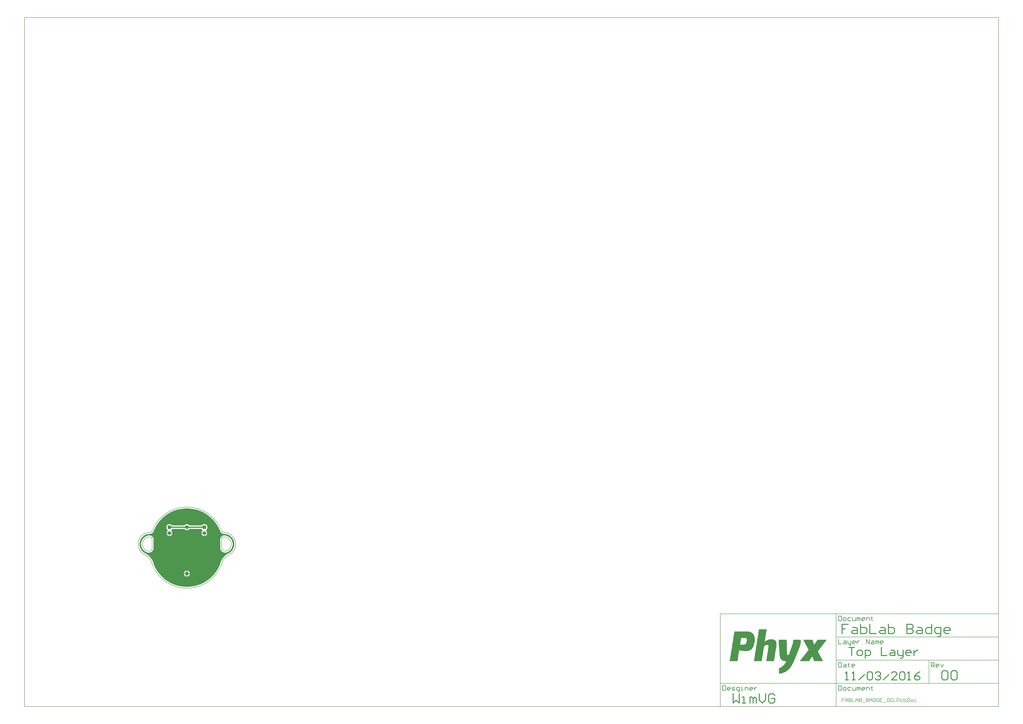
<source format=gtl>
G04 Layer_Physical_Order=1*
G04 Layer_Color=48896*
%FSLAX25Y25*%
%MOIN*%
G70*
G01*
G75*
%ADD10C,0.01969*%
%ADD11C,0.01575*%
%ADD12C,0.00787*%
%ADD13C,0.00984*%
%ADD14C,0.06299*%
G04:AMPARAMS|DCode=15|XSize=60mil|YSize=60mil|CornerRadius=15mil|HoleSize=0mil|Usage=FLASHONLY|Rotation=90.000|XOffset=0mil|YOffset=0mil|HoleType=Round|Shape=RoundedRectangle|*
%AMROUNDEDRECTD15*
21,1,0.06000,0.03000,0,0,90.0*
21,1,0.03000,0.06000,0,0,90.0*
1,1,0.03000,0.01500,0.01500*
1,1,0.03000,0.01500,-0.01500*
1,1,0.03000,-0.01500,-0.01500*
1,1,0.03000,-0.01500,0.01500*
%
%ADD15ROUNDEDRECTD15*%
%ADD16C,0.06000*%
G36*
X4757Y60440D02*
X9484Y59880D01*
X14153Y58951D01*
X18735Y57659D01*
X23201Y56012D01*
X27524Y54019D01*
X31677Y51693D01*
X35636Y49048D01*
X39374Y46101D01*
X42869Y42869D01*
X46101Y39374D01*
X49048Y35636D01*
X51693Y31677D01*
X54019Y27524D01*
X55576Y24147D01*
X56176Y22697D01*
X56180Y22676D01*
X56188Y22664D01*
X56379Y22139D01*
X57113Y20766D01*
X58100Y19563D01*
X59304Y18575D01*
X60676Y17842D01*
X62166Y17390D01*
X62856Y17313D01*
X63113Y17262D01*
X63257Y17290D01*
X64395Y17226D01*
X64399Y17226D01*
X65374Y17162D01*
X67595Y16720D01*
X69739Y15993D01*
X71770Y14991D01*
X73653Y13733D01*
X75355Y12240D01*
X76848Y10538D01*
X78106Y8655D01*
X79108Y6624D01*
X79835Y4480D01*
X80277Y2259D01*
X80425Y0D01*
X80277Y-2259D01*
X79835Y-4480D01*
X79108Y-6624D01*
X78106Y-8655D01*
X76848Y-10538D01*
X75355Y-12240D01*
X73653Y-13733D01*
X71842Y-14943D01*
X71250Y-15189D01*
X68527Y-16693D01*
X65990Y-18493D01*
X63670Y-20566D01*
X61598Y-22886D01*
X59798Y-25423D01*
X58293Y-28145D01*
X57102Y-31019D01*
X56241Y-34008D01*
X56121Y-34715D01*
X56012Y-35012D01*
X54019Y-39335D01*
X51693Y-43488D01*
X49048Y-47447D01*
X46101Y-51185D01*
X42869Y-54681D01*
X39374Y-57912D01*
X35636Y-60859D01*
X31677Y-63504D01*
X27524Y-65830D01*
X23201Y-67823D01*
X18735Y-69470D01*
X14153Y-70763D01*
X9484Y-71691D01*
X4757Y-72251D01*
X0Y-72438D01*
X-4757Y-72251D01*
X-9484Y-71691D01*
X-14153Y-70763D01*
X-18735Y-69470D01*
X-23201Y-67823D01*
X-27524Y-65830D01*
X-31677Y-63504D01*
X-35636Y-60859D01*
X-39374Y-57912D01*
X-42869Y-54681D01*
X-46101Y-51185D01*
X-49048Y-47447D01*
X-51693Y-43488D01*
X-54019Y-39335D01*
X-56012Y-35012D01*
X-56121Y-34715D01*
X-56241Y-34008D01*
X-57102Y-31019D01*
X-58293Y-28145D01*
X-59798Y-25423D01*
X-61598Y-22886D01*
X-63671Y-20566D01*
X-65990Y-18493D01*
X-68527Y-16693D01*
X-71250Y-15189D01*
X-71842Y-14943D01*
X-73653Y-13733D01*
X-75355Y-12240D01*
X-76848Y-10538D01*
X-78106Y-8655D01*
X-79108Y-6624D01*
X-79835Y-4480D01*
X-80277Y-2259D01*
X-80425Y0D01*
X-80277Y2259D01*
X-79835Y4480D01*
X-79108Y6624D01*
X-78106Y8655D01*
X-76848Y10538D01*
X-75355Y12240D01*
X-73653Y13733D01*
X-71770Y14991D01*
X-69739Y15993D01*
X-67595Y16720D01*
X-65374Y17162D01*
X-64399Y17226D01*
X-64395Y17226D01*
X-63257Y17290D01*
X-63113Y17262D01*
X-62856Y17313D01*
X-62166Y17390D01*
X-60676Y17842D01*
X-59304Y18575D01*
X-58100Y19563D01*
X-57113Y20766D01*
X-56379Y22139D01*
X-56188Y22664D01*
X-56180Y22676D01*
X-56176Y22697D01*
X-55576Y24147D01*
X-54019Y27524D01*
X-51693Y31677D01*
X-49048Y35636D01*
X-46101Y39374D01*
X-42869Y42869D01*
X-39374Y46101D01*
X-35636Y49048D01*
X-31677Y51693D01*
X-27524Y54019D01*
X-23201Y56012D01*
X-18735Y57659D01*
X-14153Y58951D01*
X-9484Y59880D01*
X-4757Y60440D01*
X0Y60627D01*
X4757Y60440D01*
D02*
G37*
%LPC*%
G36*
X591Y-44916D02*
Y-49409D01*
X5085D01*
X4986Y-48664D01*
X4471Y-47419D01*
X3650Y-46350D01*
X2581Y-45529D01*
X1336Y-45014D01*
X591Y-44916D01*
D02*
G37*
G36*
X62992Y14858D02*
X62814Y14823D01*
X62012Y14728D01*
X60762Y14349D01*
X59610Y13733D01*
X58600Y12905D01*
X57772Y11895D01*
X57156Y10743D01*
X56777Y9493D01*
X56649Y8194D01*
X56669Y7987D01*
X56647Y7874D01*
Y-7874D01*
X56830Y-8796D01*
X56892Y-8889D01*
X56989Y-9208D01*
X57786Y-10699D01*
X58859Y-12007D01*
X60167Y-13080D01*
X61659Y-13877D01*
X63277Y-14368D01*
X64961Y-14534D01*
X66644Y-14368D01*
X67527Y-14101D01*
X67682Y-14070D01*
X67688Y-14087D01*
X67851Y-14036D01*
X67914Y-13994D01*
X69737Y-13239D01*
X71725Y-12020D01*
X73498Y-10506D01*
X75012Y-8733D01*
X76231Y-6745D01*
X77123Y-4591D01*
X77667Y-2324D01*
X77850Y0D01*
X77667Y2324D01*
X77123Y4591D01*
X76231Y6745D01*
X75012Y8733D01*
X73498Y10506D01*
X71725Y12020D01*
X69737Y13239D01*
X67584Y14131D01*
X65316Y14675D01*
X62996Y14858D01*
X62996Y14858D01*
X62992Y14858D01*
D02*
G37*
G36*
X-591Y-44916D02*
X-1336Y-45014D01*
X-2581Y-45529D01*
X-3650Y-46350D01*
X-4471Y-47419D01*
X-4986Y-48664D01*
X-5085Y-49409D01*
X-591D01*
Y-44916D01*
D02*
G37*
G36*
Y-50591D02*
X-5085D01*
X-4986Y-51336D01*
X-4471Y-52581D01*
X-3650Y-53650D01*
X-2581Y-54471D01*
X-1336Y-54986D01*
X-591Y-55085D01*
Y-50591D01*
D02*
G37*
G36*
X5085D02*
X591D01*
Y-55085D01*
X1336Y-54986D01*
X2581Y-54471D01*
X3650Y-53650D01*
X4471Y-52581D01*
X4986Y-51336D01*
X5085Y-50591D01*
D02*
G37*
G36*
X-30118Y18032D02*
X-34461D01*
X-34368Y17325D01*
X-33867Y16116D01*
X-33071Y15078D01*
X-32033Y14282D01*
X-30825Y13781D01*
X-30118Y13688D01*
Y18032D01*
D02*
G37*
G36*
X-62992Y14858D02*
X-62996Y14858D01*
X-62996D01*
X-65316Y14675D01*
X-67584Y14131D01*
X-69737Y13239D01*
X-71725Y12020D01*
X-73498Y10506D01*
X-75012Y8733D01*
X-76231Y6745D01*
X-77123Y4591D01*
X-77667Y2324D01*
X-77850Y0D01*
X-77667Y-2324D01*
X-77123Y-4591D01*
X-76231Y-6745D01*
X-75012Y-8733D01*
X-73498Y-10506D01*
X-71725Y-12020D01*
X-69737Y-13239D01*
X-67914Y-13994D01*
X-67851Y-14036D01*
X-67688Y-14087D01*
X-67682Y-14070D01*
X-67527Y-14101D01*
X-66644Y-14368D01*
X-64961Y-14534D01*
X-63277Y-14368D01*
X-61659Y-13877D01*
X-60167Y-13080D01*
X-58859Y-12007D01*
X-57786Y-10699D01*
X-56989Y-9208D01*
X-56892Y-8889D01*
X-56830Y-8796D01*
X-56647Y-7874D01*
Y7874D01*
X-56669Y7987D01*
X-56649Y8194D01*
X-56777Y9493D01*
X-57156Y10743D01*
X-57772Y11895D01*
X-58600Y12905D01*
X-59610Y13733D01*
X-60762Y14349D01*
X-62012Y14728D01*
X-62657Y14792D01*
X-62814Y14823D01*
Y14823D01*
X-62992Y14858D01*
D02*
G37*
G36*
X0Y33902D02*
X-1336Y33727D01*
X-2581Y33211D01*
X-3650Y32390D01*
X-4166Y31718D01*
X-24935D01*
X-24998Y31871D01*
X-25554Y32596D01*
X-26278Y33152D01*
X-27122Y33501D01*
X-28028Y33621D01*
X-31028D01*
X-31933Y33501D01*
X-32777Y33152D01*
X-33501Y32596D01*
X-34057Y31871D01*
X-34407Y31027D01*
X-34526Y30122D01*
Y27122D01*
X-34407Y26217D01*
X-34057Y25373D01*
X-33501Y24648D01*
X-32947Y24223D01*
X-32778Y23426D01*
X-32780Y22389D01*
X-33071Y22166D01*
X-33867Y21128D01*
X-34368Y19919D01*
X-34461Y19213D01*
X-29528D01*
X-24594D01*
X-24687Y19919D01*
X-25188Y21128D01*
X-25984Y22166D01*
X-26275Y22389D01*
X-26277Y23426D01*
X-26108Y24223D01*
X-25554Y24648D01*
X-24998Y25373D01*
X-24837Y25762D01*
X-4166D01*
X-3650Y25090D01*
X-2581Y24270D01*
X-1336Y23754D01*
X0Y23578D01*
X1336Y23754D01*
X2581Y24270D01*
X3650Y25090D01*
X4166Y25762D01*
X24837D01*
X24998Y25373D01*
X25554Y24648D01*
X26108Y24223D01*
X26277Y23426D01*
X26275Y22389D01*
X25984Y22166D01*
X25188Y21128D01*
X24687Y19919D01*
X24594Y19213D01*
X29528D01*
X34461D01*
X34368Y19919D01*
X33867Y21128D01*
X33071Y22166D01*
X32780Y22389D01*
X32778Y23426D01*
X32947Y24223D01*
X33501Y24648D01*
X34057Y25373D01*
X34407Y26217D01*
X34526Y27122D01*
Y30122D01*
X34407Y31027D01*
X34057Y31871D01*
X33501Y32596D01*
X32777Y33152D01*
X31933Y33501D01*
X31028Y33621D01*
X28028D01*
X27122Y33501D01*
X26278Y33152D01*
X25554Y32596D01*
X24998Y31871D01*
X24935Y31718D01*
X4166D01*
X3650Y32390D01*
X2581Y33211D01*
X1336Y33727D01*
X0Y33902D01*
D02*
G37*
G36*
X34461Y18032D02*
X30118D01*
Y13688D01*
X30825Y13781D01*
X32033Y14282D01*
X33071Y15078D01*
X33867Y16116D01*
X34368Y17325D01*
X34461Y18032D01*
D02*
G37*
G36*
X28937D02*
X24594D01*
X24687Y17325D01*
X25188Y16116D01*
X25984Y15078D01*
X27022Y14282D01*
X28231Y13781D01*
X28937Y13688D01*
Y18032D01*
D02*
G37*
G36*
X-24594D02*
X-28937D01*
Y13688D01*
X-28231Y13781D01*
X-27022Y14282D01*
X-25984Y15078D01*
X-25188Y16116D01*
X-24687Y17325D01*
X-24594Y18032D01*
D02*
G37*
%LPD*%
G36*
X1042339Y-162457D02*
Y-162743D01*
Y-163030D01*
Y-163316D01*
Y-163602D01*
Y-163889D01*
Y-164175D01*
Y-164461D01*
Y-164748D01*
Y-165034D01*
Y-165320D01*
Y-165607D01*
Y-165893D01*
Y-166179D01*
Y-166466D01*
Y-166752D01*
Y-167038D01*
Y-167324D01*
Y-167611D01*
Y-167897D01*
Y-168183D01*
X1042053D01*
Y-168470D01*
Y-168756D01*
Y-169042D01*
Y-169329D01*
Y-169615D01*
X1041767D01*
Y-169901D01*
Y-170188D01*
Y-170474D01*
Y-170760D01*
X1041481D01*
Y-171047D01*
Y-171333D01*
Y-171619D01*
Y-171906D01*
X1041194D01*
Y-172192D01*
Y-172478D01*
Y-172764D01*
X1040908D01*
Y-173051D01*
Y-173337D01*
Y-173623D01*
X1040622D01*
Y-173910D01*
Y-174196D01*
Y-174482D01*
X1040335D01*
Y-174769D01*
Y-175055D01*
Y-175341D01*
X1040049D01*
Y-175628D01*
Y-175914D01*
X1039763D01*
Y-176200D01*
Y-176487D01*
X1039476D01*
Y-176773D01*
Y-177059D01*
Y-177345D01*
X1039190D01*
Y-177632D01*
Y-177918D01*
X1038904D01*
Y-178204D01*
Y-178491D01*
Y-178777D01*
X1038617D01*
Y-179063D01*
Y-179350D01*
X1038331D01*
Y-179636D01*
Y-179922D01*
Y-180209D01*
X1038045D01*
Y-180495D01*
Y-180781D01*
X1037758D01*
Y-181068D01*
Y-181354D01*
Y-181640D01*
X1037472D01*
Y-181926D01*
Y-182213D01*
X1037186D01*
Y-182499D01*
Y-182785D01*
Y-183072D01*
X1036899D01*
Y-183358D01*
Y-183644D01*
X1036613D01*
Y-183931D01*
Y-184217D01*
Y-184503D01*
X1036327D01*
Y-184790D01*
Y-185076D01*
X1036041D01*
Y-185362D01*
Y-185649D01*
Y-185935D01*
X1035754D01*
Y-186221D01*
Y-186507D01*
X1035468D01*
Y-186794D01*
Y-187080D01*
Y-187366D01*
X1035182D01*
Y-187653D01*
Y-187939D01*
X1034895D01*
Y-188225D01*
Y-188512D01*
Y-188798D01*
X1034609D01*
Y-189084D01*
Y-189371D01*
X1034323D01*
Y-189657D01*
Y-189943D01*
Y-190229D01*
X1034036D01*
Y-190516D01*
Y-190802D01*
X1033750D01*
Y-191088D01*
Y-191375D01*
Y-191661D01*
X1033464D01*
Y-191947D01*
Y-192234D01*
X1033177D01*
Y-192520D01*
Y-192806D01*
Y-193093D01*
X1032891D01*
Y-193379D01*
Y-193665D01*
X1032605D01*
Y-193952D01*
Y-194238D01*
Y-194524D01*
X1032318D01*
Y-194810D01*
Y-195097D01*
X1032032D01*
Y-195383D01*
Y-195669D01*
Y-195956D01*
X1031746D01*
Y-196242D01*
Y-196528D01*
X1031460D01*
Y-196815D01*
Y-197101D01*
Y-197387D01*
X1031173D01*
Y-197674D01*
Y-197960D01*
X1030887D01*
Y-198246D01*
Y-198533D01*
Y-198819D01*
X1030601D01*
Y-199105D01*
Y-199391D01*
X1030314D01*
Y-199678D01*
Y-199964D01*
X1030028D01*
Y-200251D01*
Y-200537D01*
X1029742D01*
Y-200823D01*
Y-201109D01*
Y-201396D01*
X1029455D01*
Y-201682D01*
X1029169D01*
Y-201968D01*
Y-202255D01*
Y-202541D01*
X1028883D01*
Y-202827D01*
X1028596D01*
Y-203114D01*
Y-203400D01*
X1028310D01*
Y-203686D01*
Y-203973D01*
X1028024D01*
Y-204259D01*
Y-204545D01*
X1027738D01*
Y-204832D01*
Y-205118D01*
X1027451D01*
Y-205404D01*
X1027165D01*
Y-205690D01*
Y-205977D01*
X1026879D01*
Y-206263D01*
Y-206549D01*
X1026592D01*
Y-206836D01*
X1026306D01*
Y-207122D01*
X1026020D01*
Y-207408D01*
Y-207695D01*
X1025733D01*
Y-207981D01*
X1025447D01*
Y-208267D01*
Y-208554D01*
X1025161D01*
Y-208840D01*
X1024874D01*
Y-209126D01*
X1024588D01*
Y-209413D01*
Y-209699D01*
X1024302D01*
Y-209985D01*
X1024015D01*
Y-210271D01*
X1023729D01*
Y-210558D01*
X1023443D01*
Y-210844D01*
X1023157D01*
Y-211130D01*
Y-211417D01*
X1022870D01*
Y-211703D01*
X1022584D01*
Y-211989D01*
X1022297D01*
Y-212276D01*
X1022011D01*
Y-212562D01*
X1021725D01*
Y-212848D01*
X1021439D01*
Y-213135D01*
X1021152D01*
Y-213421D01*
X1020580D01*
Y-213707D01*
X1020293D01*
Y-213994D01*
X1020007D01*
Y-214280D01*
X1019721D01*
Y-214566D01*
X1019434D01*
Y-214852D01*
X1018862D01*
Y-215139D01*
X1018575D01*
Y-215425D01*
X1018003D01*
Y-215711D01*
X1017717D01*
Y-215998D01*
X1017144D01*
Y-216284D01*
X1016858D01*
Y-216570D01*
X1016285D01*
Y-216857D01*
X1015712D01*
Y-217143D01*
X1015140D01*
Y-217429D01*
X1014567D01*
Y-217716D01*
X1013995D01*
Y-218002D01*
X1013136D01*
Y-218288D01*
X1012563D01*
Y-218575D01*
X1011704D01*
Y-218861D01*
X1010559D01*
Y-219147D01*
X1009414D01*
Y-219433D01*
X1007696D01*
Y-219720D01*
X1005691D01*
Y-220006D01*
X1005405D01*
Y-219720D01*
Y-219433D01*
Y-219147D01*
Y-218861D01*
Y-218575D01*
Y-218288D01*
Y-218002D01*
Y-217716D01*
Y-217429D01*
Y-217143D01*
Y-216857D01*
Y-216570D01*
Y-216284D01*
Y-215998D01*
Y-215711D01*
Y-215425D01*
Y-215139D01*
Y-214852D01*
Y-214566D01*
Y-214280D01*
Y-213994D01*
Y-213707D01*
Y-213421D01*
Y-213135D01*
Y-212848D01*
Y-212562D01*
Y-212276D01*
Y-211989D01*
Y-211703D01*
Y-211417D01*
Y-211130D01*
Y-210844D01*
Y-210558D01*
X1005978D01*
Y-210271D01*
X1006550D01*
Y-209985D01*
X1007123D01*
Y-209699D01*
X1007696D01*
Y-209413D01*
X1008268D01*
Y-209126D01*
X1008841D01*
Y-208840D01*
X1009127D01*
Y-208554D01*
X1009700D01*
Y-208267D01*
X1009986D01*
Y-207981D01*
X1010559D01*
Y-207695D01*
X1010845D01*
Y-207408D01*
X1011131D01*
Y-207122D01*
X1011704D01*
Y-206836D01*
X1011990D01*
Y-206549D01*
X1012277D01*
Y-206263D01*
X1012563D01*
Y-205977D01*
X1012849D01*
Y-205690D01*
X1013136D01*
Y-205404D01*
X1013422D01*
Y-205118D01*
X1013708D01*
Y-204832D01*
X1013995D01*
Y-204545D01*
X1014281D01*
Y-204259D01*
X1014567D01*
Y-203973D01*
X1014853D01*
Y-203686D01*
Y-203400D01*
X1015140D01*
Y-203114D01*
X1015426D01*
Y-202827D01*
X1015712D01*
Y-202541D01*
Y-202255D01*
X1015999D01*
Y-201968D01*
X1016285D01*
Y-201682D01*
Y-201396D01*
X1016571D01*
Y-201109D01*
Y-200823D01*
X1016858D01*
Y-200537D01*
X1017144D01*
Y-200251D01*
Y-199964D01*
X1017430D01*
Y-199678D01*
Y-199391D01*
X1017717D01*
Y-199105D01*
Y-198819D01*
X1015999D01*
Y-198533D01*
X1013995D01*
Y-198246D01*
X1012849D01*
Y-197960D01*
X1012277D01*
Y-197674D01*
X1011418D01*
Y-197387D01*
X1010845D01*
Y-197101D01*
X1010559D01*
Y-196815D01*
X1009986D01*
Y-196528D01*
X1009700D01*
Y-196242D01*
X1009414D01*
Y-195956D01*
X1009127D01*
Y-195669D01*
X1008841D01*
Y-195383D01*
X1008554D01*
Y-195097D01*
Y-194810D01*
X1008268D01*
Y-194524D01*
X1007982D01*
Y-194238D01*
Y-193952D01*
X1007696D01*
Y-193665D01*
Y-193379D01*
X1007409D01*
Y-193093D01*
Y-192806D01*
X1007123D01*
Y-192520D01*
Y-192234D01*
Y-191947D01*
X1006837D01*
Y-191661D01*
Y-191375D01*
Y-191088D01*
Y-190802D01*
X1006550D01*
Y-190516D01*
Y-190229D01*
Y-189943D01*
Y-189657D01*
Y-189371D01*
Y-189084D01*
Y-188798D01*
X1006264D01*
Y-188512D01*
Y-188225D01*
Y-187939D01*
Y-187653D01*
Y-187366D01*
Y-187080D01*
Y-186794D01*
Y-186507D01*
Y-186221D01*
Y-185935D01*
Y-185649D01*
Y-185362D01*
Y-185076D01*
Y-184790D01*
Y-184503D01*
X1005978D01*
Y-184217D01*
Y-183931D01*
Y-183644D01*
Y-183358D01*
Y-183072D01*
Y-182785D01*
Y-182499D01*
Y-182213D01*
Y-181926D01*
Y-181640D01*
Y-181354D01*
Y-181068D01*
Y-180781D01*
Y-180495D01*
Y-180209D01*
X1005691D01*
Y-179922D01*
Y-179636D01*
Y-179350D01*
Y-179063D01*
Y-178777D01*
Y-178491D01*
Y-178204D01*
Y-177918D01*
Y-177632D01*
Y-177345D01*
Y-177059D01*
Y-176773D01*
Y-176487D01*
Y-176200D01*
Y-175914D01*
Y-175628D01*
X1005405D01*
Y-175341D01*
Y-175055D01*
Y-174769D01*
Y-174482D01*
Y-174196D01*
Y-173910D01*
Y-173623D01*
Y-173337D01*
Y-173051D01*
Y-172764D01*
Y-172478D01*
Y-172192D01*
Y-171906D01*
Y-171619D01*
Y-171333D01*
Y-171047D01*
X1005119D01*
Y-170760D01*
Y-170474D01*
Y-170188D01*
Y-169901D01*
Y-169615D01*
Y-169329D01*
Y-169042D01*
Y-168756D01*
Y-168470D01*
Y-168183D01*
Y-167897D01*
Y-167611D01*
Y-167324D01*
Y-167038D01*
X1004832D01*
Y-166752D01*
Y-166466D01*
Y-166179D01*
Y-165893D01*
Y-165607D01*
Y-165320D01*
Y-165034D01*
Y-164748D01*
Y-164461D01*
Y-164175D01*
Y-163889D01*
Y-163602D01*
Y-163316D01*
Y-163030D01*
Y-162743D01*
Y-162457D01*
X1004546D01*
Y-162171D01*
X1018289D01*
Y-162457D01*
Y-162743D01*
Y-163030D01*
Y-163316D01*
Y-163602D01*
Y-163889D01*
Y-164175D01*
Y-164461D01*
Y-164748D01*
Y-165034D01*
Y-165320D01*
Y-165607D01*
Y-165893D01*
Y-166179D01*
X1018575D01*
Y-166466D01*
Y-166752D01*
Y-167038D01*
Y-167324D01*
Y-167611D01*
Y-167897D01*
Y-168183D01*
Y-168470D01*
Y-168756D01*
Y-169042D01*
Y-169329D01*
Y-169615D01*
Y-169901D01*
Y-170188D01*
Y-170474D01*
Y-170760D01*
Y-171047D01*
Y-171333D01*
Y-171619D01*
Y-171906D01*
Y-172192D01*
Y-172478D01*
Y-172764D01*
Y-173051D01*
Y-173337D01*
Y-173623D01*
Y-173910D01*
Y-174196D01*
Y-174482D01*
Y-174769D01*
Y-175055D01*
Y-175341D01*
Y-175628D01*
Y-175914D01*
Y-176200D01*
Y-176487D01*
Y-176773D01*
Y-177059D01*
Y-177345D01*
Y-177632D01*
Y-177918D01*
X1018862D01*
Y-178204D01*
X1018575D01*
Y-178491D01*
Y-178777D01*
X1018862D01*
Y-179063D01*
Y-179350D01*
Y-179636D01*
Y-179922D01*
Y-180209D01*
Y-180495D01*
Y-180781D01*
Y-181068D01*
Y-181354D01*
Y-181640D01*
Y-181926D01*
Y-182213D01*
Y-182499D01*
Y-182785D01*
Y-183072D01*
Y-183358D01*
Y-183644D01*
Y-183931D01*
Y-184217D01*
Y-184503D01*
Y-184790D01*
Y-185076D01*
Y-185362D01*
Y-185649D01*
Y-185935D01*
Y-186221D01*
X1019148D01*
Y-186507D01*
Y-186794D01*
Y-187080D01*
X1019434D01*
Y-187366D01*
X1019721D01*
Y-187653D01*
X1020007D01*
Y-187939D01*
X1020866D01*
Y-188225D01*
X1021725D01*
Y-187939D01*
X1022011D01*
Y-187653D01*
Y-187366D01*
Y-187080D01*
X1022297D01*
Y-186794D01*
Y-186507D01*
X1022584D01*
Y-186221D01*
Y-185935D01*
Y-185649D01*
X1022870D01*
Y-185362D01*
Y-185076D01*
Y-184790D01*
X1023157D01*
Y-184503D01*
Y-184217D01*
Y-183931D01*
X1023443D01*
Y-183644D01*
Y-183358D01*
Y-183072D01*
X1023729D01*
Y-182785D01*
Y-182499D01*
X1024015D01*
Y-182213D01*
Y-181926D01*
Y-181640D01*
X1024302D01*
Y-181354D01*
Y-181068D01*
Y-180781D01*
X1024588D01*
Y-180495D01*
Y-180209D01*
Y-179922D01*
X1024874D01*
Y-179636D01*
Y-179350D01*
X1025161D01*
Y-179063D01*
Y-178777D01*
Y-178491D01*
X1025447D01*
Y-178204D01*
Y-177918D01*
Y-177632D01*
X1025733D01*
Y-177345D01*
Y-177059D01*
Y-176773D01*
X1026020D01*
Y-176487D01*
Y-176200D01*
X1026306D01*
Y-175914D01*
Y-175628D01*
Y-175341D01*
X1026592D01*
Y-175055D01*
Y-174769D01*
Y-174482D01*
X1026879D01*
Y-174196D01*
Y-173910D01*
Y-173623D01*
X1027165D01*
Y-173337D01*
Y-173051D01*
X1027451D01*
Y-172764D01*
Y-172478D01*
Y-172192D01*
X1027738D01*
Y-171906D01*
Y-171619D01*
Y-171333D01*
X1028024D01*
Y-171047D01*
Y-170760D01*
Y-170474D01*
X1028310D01*
Y-170188D01*
Y-169901D01*
Y-169615D01*
Y-169329D01*
X1028596D01*
Y-169042D01*
Y-168756D01*
Y-168470D01*
Y-168183D01*
X1028883D01*
Y-167897D01*
Y-167611D01*
Y-167324D01*
Y-167038D01*
Y-166752D01*
X1029169D01*
Y-166466D01*
Y-166179D01*
Y-165893D01*
Y-165607D01*
Y-165320D01*
Y-165034D01*
X1029455D01*
Y-164748D01*
Y-164461D01*
Y-164175D01*
Y-163889D01*
Y-163602D01*
Y-163316D01*
Y-163030D01*
Y-162743D01*
Y-162457D01*
Y-162171D01*
X1042339D01*
Y-162457D01*
D02*
G37*
G36*
X984504Y-144992D02*
Y-145278D01*
X984218D01*
Y-145565D01*
Y-145851D01*
Y-146137D01*
Y-146424D01*
Y-146710D01*
Y-146996D01*
X983932D01*
Y-147283D01*
Y-147569D01*
Y-147855D01*
Y-148142D01*
Y-148428D01*
Y-148714D01*
X983645D01*
Y-149001D01*
Y-149287D01*
Y-149573D01*
Y-149859D01*
Y-150146D01*
Y-150432D01*
Y-150718D01*
X983359D01*
Y-151005D01*
Y-151291D01*
Y-151577D01*
Y-151864D01*
Y-152150D01*
Y-152436D01*
X983073D01*
Y-152723D01*
Y-153009D01*
Y-153295D01*
Y-153582D01*
Y-153868D01*
Y-154154D01*
X982786D01*
Y-154440D01*
Y-154727D01*
Y-155013D01*
Y-155299D01*
Y-155586D01*
Y-155872D01*
Y-156158D01*
X982500D01*
Y-156445D01*
Y-156731D01*
Y-157017D01*
Y-157304D01*
Y-157590D01*
Y-157876D01*
X982214D01*
Y-158162D01*
Y-158449D01*
Y-158735D01*
Y-159021D01*
Y-159308D01*
Y-159594D01*
X981927D01*
Y-159880D01*
Y-160167D01*
Y-160453D01*
Y-160739D01*
Y-161026D01*
Y-161312D01*
X981641D01*
Y-161598D01*
Y-161884D01*
Y-162171D01*
Y-162457D01*
Y-162743D01*
Y-163030D01*
Y-163316D01*
X981355D01*
Y-163602D01*
Y-163889D01*
Y-164175D01*
Y-164461D01*
Y-164748D01*
Y-165034D01*
X981069D01*
Y-165320D01*
Y-165607D01*
X981641D01*
Y-165320D01*
X981927D01*
Y-165034D01*
X982214D01*
Y-164748D01*
X982786D01*
Y-164461D01*
X983073D01*
Y-164175D01*
X983359D01*
Y-163889D01*
X983932D01*
Y-163602D01*
X984504D01*
Y-163316D01*
X984791D01*
Y-163030D01*
X985363D01*
Y-162743D01*
X986222D01*
Y-162457D01*
X986795D01*
Y-162171D01*
X987654D01*
Y-161884D01*
X989085D01*
Y-161598D01*
X995384D01*
Y-161884D01*
X996529D01*
Y-162171D01*
X997388D01*
Y-162457D01*
X997961D01*
Y-162743D01*
X998247D01*
Y-163030D01*
X998820D01*
Y-163316D01*
X999106D01*
Y-163602D01*
X999393D01*
Y-163889D01*
X999679D01*
Y-164175D01*
X999965D01*
Y-164461D01*
Y-164748D01*
X1000251D01*
Y-165034D01*
Y-165320D01*
X1000538D01*
Y-165607D01*
Y-165893D01*
Y-166179D01*
X1000824D01*
Y-166466D01*
Y-166752D01*
Y-167038D01*
Y-167324D01*
X1001110D01*
Y-167611D01*
Y-167897D01*
Y-168183D01*
Y-168470D01*
Y-168756D01*
Y-169042D01*
Y-169329D01*
Y-169615D01*
Y-169901D01*
Y-170188D01*
Y-170474D01*
Y-170760D01*
Y-171047D01*
Y-171333D01*
Y-171619D01*
Y-171906D01*
Y-172192D01*
Y-172478D01*
X1000824D01*
Y-172764D01*
Y-173051D01*
Y-173337D01*
Y-173623D01*
Y-173910D01*
Y-174196D01*
Y-174482D01*
X1000538D01*
Y-174769D01*
Y-175055D01*
Y-175341D01*
Y-175628D01*
Y-175914D01*
Y-176200D01*
Y-176487D01*
X1000251D01*
Y-176773D01*
Y-177059D01*
Y-177345D01*
Y-177632D01*
Y-177918D01*
Y-178204D01*
X999965D01*
Y-178491D01*
Y-178777D01*
Y-179063D01*
Y-179350D01*
Y-179636D01*
Y-179922D01*
X999679D01*
Y-180209D01*
Y-180495D01*
Y-180781D01*
Y-181068D01*
Y-181354D01*
Y-181640D01*
X999393D01*
Y-181926D01*
Y-182213D01*
Y-182499D01*
Y-182785D01*
Y-183072D01*
Y-183358D01*
Y-183644D01*
X999106D01*
Y-183931D01*
Y-184217D01*
Y-184503D01*
Y-184790D01*
Y-185076D01*
Y-185362D01*
X998820D01*
Y-185649D01*
Y-185935D01*
Y-186221D01*
Y-186507D01*
Y-186794D01*
Y-187080D01*
X998534D01*
Y-187366D01*
Y-187653D01*
Y-187939D01*
Y-188225D01*
Y-188512D01*
Y-188798D01*
Y-189084D01*
X998247D01*
Y-189371D01*
Y-189657D01*
Y-189943D01*
Y-190229D01*
Y-190516D01*
Y-190802D01*
X997961D01*
Y-191088D01*
Y-191375D01*
Y-191661D01*
Y-191947D01*
Y-192234D01*
Y-192520D01*
X997675D01*
Y-192806D01*
Y-193093D01*
Y-193379D01*
Y-193665D01*
Y-193952D01*
Y-194238D01*
X997388D01*
Y-194524D01*
Y-194810D01*
Y-195097D01*
Y-195383D01*
Y-195669D01*
Y-195956D01*
Y-196242D01*
X997102D01*
Y-196528D01*
Y-196815D01*
Y-197101D01*
Y-197387D01*
Y-197674D01*
Y-197960D01*
X996816D01*
Y-198246D01*
Y-198533D01*
X983645D01*
Y-198246D01*
Y-197960D01*
X983932D01*
Y-197674D01*
Y-197387D01*
Y-197101D01*
Y-196815D01*
Y-196528D01*
Y-196242D01*
X984218D01*
Y-195956D01*
Y-195669D01*
Y-195383D01*
Y-195097D01*
Y-194810D01*
Y-194524D01*
Y-194238D01*
X984504D01*
Y-193952D01*
Y-193665D01*
Y-193379D01*
Y-193093D01*
Y-192806D01*
Y-192520D01*
X984791D01*
Y-192234D01*
Y-191947D01*
Y-191661D01*
Y-191375D01*
Y-191088D01*
Y-190802D01*
X985077D01*
Y-190516D01*
Y-190229D01*
Y-189943D01*
Y-189657D01*
Y-189371D01*
Y-189084D01*
Y-188798D01*
X985363D01*
Y-188512D01*
Y-188225D01*
Y-187939D01*
Y-187653D01*
Y-187366D01*
Y-187080D01*
X985649D01*
Y-186794D01*
Y-186507D01*
Y-186221D01*
Y-185935D01*
Y-185649D01*
Y-185362D01*
Y-185076D01*
X985936D01*
Y-184790D01*
Y-184503D01*
Y-184217D01*
Y-183931D01*
Y-183644D01*
Y-183358D01*
X986222D01*
Y-183072D01*
Y-182785D01*
Y-182499D01*
Y-182213D01*
Y-181926D01*
Y-181640D01*
X986508D01*
Y-181354D01*
Y-181068D01*
Y-180781D01*
Y-180495D01*
Y-180209D01*
Y-179922D01*
X986795D01*
Y-179636D01*
Y-179350D01*
Y-179063D01*
Y-178777D01*
Y-178491D01*
Y-178204D01*
Y-177918D01*
X987081D01*
Y-177632D01*
Y-177345D01*
Y-177059D01*
Y-176773D01*
Y-176487D01*
Y-176200D01*
X987367D01*
Y-175914D01*
Y-175628D01*
Y-175341D01*
Y-175055D01*
Y-174769D01*
Y-174482D01*
Y-174196D01*
X987654D01*
Y-173910D01*
Y-173623D01*
Y-173337D01*
Y-173051D01*
Y-172764D01*
Y-172478D01*
X987367D01*
Y-172192D01*
Y-171906D01*
X987081D01*
Y-171619D01*
X986795D01*
Y-171333D01*
X986222D01*
Y-171047D01*
X984504D01*
Y-171333D01*
X983073D01*
Y-171619D01*
X982214D01*
Y-171906D01*
X981641D01*
Y-172192D01*
X981355D01*
Y-172478D01*
X980782D01*
Y-172764D01*
X980496D01*
Y-173051D01*
X980210D01*
Y-173337D01*
Y-173623D01*
X979923D01*
Y-173910D01*
Y-174196D01*
Y-174482D01*
X979637D01*
Y-174769D01*
Y-175055D01*
Y-175341D01*
Y-175628D01*
Y-175914D01*
Y-176200D01*
X979351D01*
Y-176487D01*
Y-176773D01*
Y-177059D01*
Y-177345D01*
Y-177632D01*
Y-177918D01*
Y-178204D01*
X979064D01*
Y-178491D01*
Y-178777D01*
Y-179063D01*
Y-179350D01*
Y-179636D01*
Y-179922D01*
X978778D01*
Y-180209D01*
Y-180495D01*
Y-180781D01*
Y-181068D01*
Y-181354D01*
Y-181640D01*
X978492D01*
Y-181926D01*
Y-182213D01*
Y-182499D01*
Y-182785D01*
Y-183072D01*
Y-183358D01*
X978205D01*
Y-183644D01*
Y-183931D01*
Y-184217D01*
Y-184503D01*
Y-184790D01*
Y-185076D01*
Y-185362D01*
X977919D01*
Y-185649D01*
Y-185935D01*
Y-186221D01*
Y-186507D01*
Y-186794D01*
Y-187080D01*
X977633D01*
Y-187366D01*
Y-187653D01*
Y-187939D01*
Y-188225D01*
Y-188512D01*
Y-188798D01*
X977346D01*
Y-189084D01*
Y-189371D01*
Y-189657D01*
Y-189943D01*
Y-190229D01*
Y-190516D01*
Y-190802D01*
X977060D01*
Y-191088D01*
Y-191375D01*
Y-191661D01*
Y-191947D01*
Y-192234D01*
Y-192520D01*
X976774D01*
Y-192806D01*
Y-193093D01*
Y-193379D01*
Y-193665D01*
Y-193952D01*
Y-194238D01*
X976488D01*
Y-194524D01*
Y-194810D01*
Y-195097D01*
Y-195383D01*
Y-195669D01*
Y-195956D01*
X976201D01*
Y-196242D01*
Y-196528D01*
Y-196815D01*
Y-197101D01*
Y-197387D01*
Y-197674D01*
Y-197960D01*
X975915D01*
Y-198246D01*
Y-198533D01*
X962745D01*
Y-198246D01*
Y-197960D01*
X963031D01*
Y-197674D01*
Y-197387D01*
Y-197101D01*
Y-196815D01*
Y-196528D01*
Y-196242D01*
Y-195956D01*
X963317D01*
Y-195669D01*
Y-195383D01*
Y-195097D01*
Y-194810D01*
Y-194524D01*
Y-194238D01*
X963603D01*
Y-193952D01*
Y-193665D01*
Y-193379D01*
Y-193093D01*
Y-192806D01*
Y-192520D01*
X963890D01*
Y-192234D01*
Y-191947D01*
Y-191661D01*
Y-191375D01*
Y-191088D01*
Y-190802D01*
Y-190516D01*
X964176D01*
Y-190229D01*
Y-189943D01*
Y-189657D01*
Y-189371D01*
Y-189084D01*
Y-188798D01*
X964462D01*
Y-188512D01*
Y-188225D01*
Y-187939D01*
Y-187653D01*
Y-187366D01*
Y-187080D01*
X964749D01*
Y-186794D01*
Y-186507D01*
Y-186221D01*
Y-185935D01*
Y-185649D01*
Y-185362D01*
X965035D01*
Y-185076D01*
Y-184790D01*
Y-184503D01*
Y-184217D01*
Y-183931D01*
Y-183644D01*
Y-183358D01*
X965321D01*
Y-183072D01*
Y-182785D01*
Y-182499D01*
Y-182213D01*
Y-181926D01*
Y-181640D01*
X965608D01*
Y-181354D01*
Y-181068D01*
Y-180781D01*
Y-180495D01*
Y-180209D01*
Y-179922D01*
X965894D01*
Y-179636D01*
Y-179350D01*
Y-179063D01*
Y-178777D01*
Y-178491D01*
Y-178204D01*
Y-177918D01*
X966180D01*
Y-177632D01*
Y-177345D01*
Y-177059D01*
Y-176773D01*
Y-176487D01*
Y-176200D01*
X966467D01*
Y-175914D01*
Y-175628D01*
Y-175341D01*
Y-175055D01*
Y-174769D01*
Y-174482D01*
X966753D01*
Y-174196D01*
Y-173910D01*
Y-173623D01*
Y-173337D01*
Y-173051D01*
Y-172764D01*
X967039D01*
Y-172478D01*
Y-172192D01*
Y-171906D01*
Y-171619D01*
Y-171333D01*
Y-171047D01*
Y-170760D01*
X967325D01*
Y-170474D01*
Y-170188D01*
Y-169901D01*
Y-169615D01*
Y-169329D01*
Y-169042D01*
X967612D01*
Y-168756D01*
Y-168470D01*
Y-168183D01*
Y-167897D01*
Y-167611D01*
Y-167324D01*
X967898D01*
Y-167038D01*
Y-166752D01*
Y-166466D01*
Y-166179D01*
Y-165893D01*
Y-165607D01*
X968184D01*
Y-165320D01*
Y-165034D01*
Y-164748D01*
Y-164461D01*
Y-164175D01*
Y-163889D01*
Y-163602D01*
X968471D01*
Y-163316D01*
Y-163030D01*
Y-162743D01*
Y-162457D01*
Y-162171D01*
Y-161884D01*
X968757D01*
Y-161598D01*
Y-161312D01*
Y-161026D01*
Y-160739D01*
Y-160453D01*
Y-160167D01*
X969043D01*
Y-159880D01*
Y-159594D01*
Y-159308D01*
Y-159021D01*
Y-158735D01*
Y-158449D01*
Y-158162D01*
X969330D01*
Y-157876D01*
Y-157590D01*
Y-157304D01*
Y-157017D01*
Y-156731D01*
Y-156445D01*
X969616D01*
Y-156158D01*
Y-155872D01*
Y-155586D01*
Y-155299D01*
Y-155013D01*
Y-154727D01*
X969902D01*
Y-154440D01*
Y-154154D01*
Y-153868D01*
Y-153582D01*
Y-153295D01*
Y-153009D01*
X970189D01*
Y-152723D01*
Y-152436D01*
Y-152150D01*
Y-151864D01*
Y-151577D01*
Y-151291D01*
Y-151005D01*
X970475D01*
Y-150718D01*
Y-150432D01*
Y-150146D01*
Y-149859D01*
Y-149573D01*
Y-149287D01*
X970761D01*
Y-149001D01*
Y-148714D01*
Y-148428D01*
Y-148142D01*
Y-147855D01*
Y-147569D01*
X971047D01*
Y-147283D01*
Y-146996D01*
Y-146710D01*
Y-146424D01*
Y-146137D01*
Y-145851D01*
Y-145565D01*
X971334D01*
Y-145278D01*
Y-144992D01*
Y-144706D01*
X984504D01*
Y-144992D01*
D02*
G37*
G36*
X953296Y-148428D02*
X955014D01*
Y-148714D01*
X955873D01*
Y-149001D01*
X956732D01*
Y-149287D01*
X957591D01*
Y-149573D01*
X958164D01*
Y-149859D01*
X958450D01*
Y-150146D01*
X959022D01*
Y-150432D01*
X959309D01*
Y-150718D01*
X959881D01*
Y-151005D01*
X960168D01*
Y-151291D01*
X960454D01*
Y-151577D01*
X960740D01*
Y-151864D01*
X961027D01*
Y-152150D01*
X961313D01*
Y-152436D01*
X961599D01*
Y-152723D01*
Y-153009D01*
X961886D01*
Y-153295D01*
X962172D01*
Y-153582D01*
Y-153868D01*
X962458D01*
Y-154154D01*
X962745D01*
Y-154440D01*
Y-154727D01*
X963031D01*
Y-155013D01*
Y-155299D01*
Y-155586D01*
X963317D01*
Y-155872D01*
Y-156158D01*
Y-156445D01*
X963603D01*
Y-156731D01*
Y-157017D01*
Y-157304D01*
Y-157590D01*
X963890D01*
Y-157876D01*
Y-158162D01*
Y-158449D01*
Y-158735D01*
Y-159021D01*
X964176D01*
Y-159308D01*
Y-159594D01*
Y-159880D01*
Y-160167D01*
Y-160453D01*
Y-160739D01*
Y-161026D01*
Y-161312D01*
Y-161598D01*
Y-161884D01*
Y-162171D01*
Y-162457D01*
Y-162743D01*
Y-163030D01*
Y-163316D01*
Y-163602D01*
Y-163889D01*
Y-164175D01*
Y-164461D01*
Y-164748D01*
X963890D01*
Y-165034D01*
Y-165320D01*
Y-165607D01*
Y-165893D01*
Y-166179D01*
Y-166466D01*
Y-166752D01*
X963603D01*
Y-167038D01*
Y-167324D01*
Y-167611D01*
Y-167897D01*
Y-168183D01*
X963317D01*
Y-168470D01*
Y-168756D01*
Y-169042D01*
Y-169329D01*
Y-169615D01*
X963031D01*
Y-169901D01*
Y-170188D01*
Y-170474D01*
X962745D01*
Y-170760D01*
Y-171047D01*
Y-171333D01*
Y-171619D01*
X962458D01*
Y-171906D01*
Y-172192D01*
Y-172478D01*
X962172D01*
Y-172764D01*
Y-173051D01*
X961886D01*
Y-173337D01*
Y-173623D01*
Y-173910D01*
X961599D01*
Y-174196D01*
Y-174482D01*
X961313D01*
Y-174769D01*
Y-175055D01*
X961027D01*
Y-175341D01*
Y-175628D01*
X960740D01*
Y-175914D01*
X960454D01*
Y-176200D01*
Y-176487D01*
X960168D01*
Y-176773D01*
X959881D01*
Y-177059D01*
X959595D01*
Y-177345D01*
Y-177632D01*
X959309D01*
Y-177918D01*
X959022D01*
Y-178204D01*
X958736D01*
Y-178491D01*
X958450D01*
Y-178777D01*
X958164D01*
Y-179063D01*
X957591D01*
Y-179350D01*
X957304D01*
Y-179636D01*
X956732D01*
Y-179922D01*
X956446D01*
Y-180209D01*
X955873D01*
Y-180495D01*
X955014D01*
Y-180781D01*
X954155D01*
Y-181068D01*
X953296D01*
Y-181354D01*
X951578D01*
Y-181640D01*
X946425D01*
Y-181354D01*
X943848D01*
Y-181068D01*
X941844D01*
Y-180781D01*
X940412D01*
Y-180495D01*
X938980D01*
Y-180209D01*
X937549D01*
Y-180495D01*
Y-180781D01*
Y-181068D01*
Y-181354D01*
Y-181640D01*
Y-181926D01*
Y-182213D01*
X937263D01*
Y-182499D01*
Y-182785D01*
Y-183072D01*
Y-183358D01*
Y-183644D01*
Y-183931D01*
X936976D01*
Y-184217D01*
Y-184503D01*
Y-184790D01*
Y-185076D01*
Y-185362D01*
Y-185649D01*
X936690D01*
Y-185935D01*
Y-186221D01*
Y-186507D01*
Y-186794D01*
Y-187080D01*
Y-187366D01*
Y-187653D01*
X936404D01*
Y-187939D01*
Y-188225D01*
Y-188512D01*
Y-188798D01*
Y-189084D01*
Y-189371D01*
X936117D01*
Y-189657D01*
Y-189943D01*
Y-190229D01*
Y-190516D01*
Y-190802D01*
Y-191088D01*
X935831D01*
Y-191375D01*
Y-191661D01*
Y-191947D01*
Y-192234D01*
Y-192520D01*
Y-192806D01*
Y-193093D01*
X935545D01*
Y-193379D01*
Y-193665D01*
Y-193952D01*
Y-194238D01*
Y-194524D01*
Y-194810D01*
X935258D01*
Y-195097D01*
Y-195383D01*
Y-195669D01*
Y-195956D01*
Y-196242D01*
Y-196528D01*
X934972D01*
Y-196815D01*
Y-197101D01*
Y-197387D01*
Y-197674D01*
Y-197960D01*
Y-198246D01*
Y-198533D01*
X921515D01*
Y-198246D01*
X921802D01*
Y-197960D01*
Y-197674D01*
Y-197387D01*
Y-197101D01*
Y-196815D01*
X922088D01*
Y-196528D01*
Y-196242D01*
Y-195956D01*
Y-195669D01*
Y-195383D01*
Y-195097D01*
Y-194810D01*
X922374D01*
Y-194524D01*
Y-194238D01*
Y-193952D01*
Y-193665D01*
Y-193379D01*
Y-193093D01*
X922661D01*
Y-192806D01*
Y-192520D01*
Y-192234D01*
Y-191947D01*
Y-191661D01*
Y-191375D01*
X922947D01*
Y-191088D01*
Y-190802D01*
Y-190516D01*
Y-190229D01*
Y-189943D01*
Y-189657D01*
Y-189371D01*
X923233D01*
Y-189084D01*
Y-188798D01*
Y-188512D01*
Y-188225D01*
Y-187939D01*
Y-187653D01*
X923520D01*
Y-187366D01*
Y-187080D01*
Y-186794D01*
Y-186507D01*
Y-186221D01*
Y-185935D01*
X923806D01*
Y-185649D01*
Y-185362D01*
Y-185076D01*
Y-184790D01*
Y-184503D01*
Y-184217D01*
X924092D01*
Y-183931D01*
Y-183644D01*
Y-183358D01*
Y-183072D01*
Y-182785D01*
Y-182499D01*
Y-182213D01*
X924378D01*
Y-181926D01*
Y-181640D01*
Y-181354D01*
Y-181068D01*
Y-180781D01*
Y-180495D01*
X924665D01*
Y-180209D01*
Y-179922D01*
Y-179636D01*
Y-179350D01*
Y-179063D01*
Y-178777D01*
X924951D01*
Y-178491D01*
Y-178204D01*
Y-177918D01*
Y-177632D01*
Y-177345D01*
Y-177059D01*
X925237D01*
Y-176773D01*
Y-176487D01*
Y-176200D01*
Y-175914D01*
Y-175628D01*
Y-175341D01*
Y-175055D01*
X925524D01*
Y-174769D01*
Y-174482D01*
Y-174196D01*
Y-173910D01*
Y-173623D01*
Y-173337D01*
X925810D01*
Y-173051D01*
Y-172764D01*
Y-172478D01*
Y-172192D01*
Y-171906D01*
Y-171619D01*
X926096D01*
Y-171333D01*
Y-171047D01*
Y-170760D01*
Y-170474D01*
Y-170188D01*
Y-169901D01*
Y-169615D01*
X926383D01*
Y-169329D01*
Y-169042D01*
Y-168756D01*
Y-168470D01*
Y-168183D01*
Y-167897D01*
X926669D01*
Y-167611D01*
Y-167324D01*
Y-167038D01*
Y-166752D01*
Y-166466D01*
Y-166179D01*
X926955D01*
Y-165893D01*
Y-165607D01*
Y-165320D01*
Y-165034D01*
Y-164748D01*
Y-164461D01*
X927242D01*
Y-164175D01*
Y-163889D01*
Y-163602D01*
Y-163316D01*
Y-163030D01*
Y-162743D01*
Y-162457D01*
X927528D01*
Y-162171D01*
Y-161884D01*
Y-161598D01*
Y-161312D01*
Y-161026D01*
Y-160739D01*
X927814D01*
Y-160453D01*
Y-160167D01*
Y-159880D01*
Y-159594D01*
Y-159308D01*
Y-159021D01*
X928101D01*
Y-158735D01*
Y-158449D01*
Y-158162D01*
Y-157876D01*
Y-157590D01*
Y-157304D01*
Y-157017D01*
X928387D01*
Y-156731D01*
Y-156445D01*
Y-156158D01*
Y-155872D01*
Y-155586D01*
Y-155299D01*
X928673D01*
Y-155013D01*
Y-154727D01*
Y-154440D01*
Y-154154D01*
Y-153868D01*
Y-153582D01*
X928959D01*
Y-153295D01*
Y-153009D01*
Y-152723D01*
Y-152436D01*
Y-152150D01*
Y-151864D01*
Y-151577D01*
X929246D01*
Y-151291D01*
Y-151005D01*
Y-150718D01*
Y-150432D01*
Y-150146D01*
Y-149859D01*
X929532D01*
Y-149573D01*
Y-149287D01*
Y-149001D01*
Y-148714D01*
Y-148428D01*
Y-148142D01*
X953296D01*
Y-148428D01*
D02*
G37*
G36*
X1086432Y-162457D02*
X1086145D01*
Y-162743D01*
X1085859D01*
Y-163030D01*
Y-163316D01*
X1085573D01*
Y-163602D01*
X1085286D01*
Y-163889D01*
X1085000D01*
Y-164175D01*
Y-164461D01*
X1084714D01*
Y-164748D01*
X1084427D01*
Y-165034D01*
X1084141D01*
Y-165320D01*
X1083855D01*
Y-165607D01*
Y-165893D01*
X1083568D01*
Y-166179D01*
X1083282D01*
Y-166466D01*
X1082996D01*
Y-166752D01*
Y-167038D01*
X1082710D01*
Y-167324D01*
X1082423D01*
Y-167611D01*
X1082137D01*
Y-167897D01*
X1081851D01*
Y-168183D01*
Y-168470D01*
X1081564D01*
Y-168756D01*
X1081278D01*
Y-169042D01*
X1080992D01*
Y-169329D01*
Y-169615D01*
X1080705D01*
Y-169901D01*
X1080419D01*
Y-170188D01*
X1080133D01*
Y-170474D01*
Y-170760D01*
X1079846D01*
Y-171047D01*
X1079560D01*
Y-171333D01*
X1079274D01*
Y-171619D01*
X1078988D01*
Y-171906D01*
Y-172192D01*
X1078701D01*
Y-172478D01*
X1078415D01*
Y-172764D01*
X1078129D01*
Y-173051D01*
Y-173337D01*
X1077842D01*
Y-173623D01*
X1077556D01*
Y-173910D01*
X1077270D01*
Y-174196D01*
Y-174482D01*
X1076983D01*
Y-174769D01*
X1076697D01*
Y-175055D01*
X1076411D01*
Y-175341D01*
X1076124D01*
Y-175628D01*
Y-175914D01*
X1075838D01*
Y-176200D01*
X1075552D01*
Y-176487D01*
X1075265D01*
Y-176773D01*
Y-177059D01*
X1074979D01*
Y-177345D01*
X1074693D01*
Y-177632D01*
X1074407D01*
Y-177918D01*
Y-178204D01*
X1074120D01*
Y-178491D01*
X1073834D01*
Y-178777D01*
X1073547D01*
Y-179063D01*
X1073261D01*
Y-179350D01*
Y-179636D01*
X1072975D01*
Y-179922D01*
X1072689D01*
Y-180209D01*
X1072402D01*
Y-180495D01*
Y-180781D01*
X1072116D01*
Y-181068D01*
X1071830D01*
Y-181354D01*
X1071543D01*
Y-181640D01*
X1071257D01*
Y-181926D01*
Y-182213D01*
X1071543D01*
Y-182499D01*
Y-182785D01*
X1071830D01*
Y-183072D01*
Y-183358D01*
X1072116D01*
Y-183644D01*
X1072402D01*
Y-183931D01*
Y-184217D01*
X1072689D01*
Y-184503D01*
Y-184790D01*
X1072975D01*
Y-185076D01*
Y-185362D01*
X1073261D01*
Y-185649D01*
Y-185935D01*
X1073547D01*
Y-186221D01*
Y-186507D01*
X1073834D01*
Y-186794D01*
Y-187080D01*
X1074120D01*
Y-187366D01*
Y-187653D01*
X1074407D01*
Y-187939D01*
Y-188225D01*
X1074693D01*
Y-188512D01*
X1074979D01*
Y-188798D01*
Y-189084D01*
X1075265D01*
Y-189371D01*
Y-189657D01*
X1075552D01*
Y-189943D01*
Y-190229D01*
X1075838D01*
Y-190516D01*
Y-190802D01*
X1076124D01*
Y-191088D01*
Y-191375D01*
X1076411D01*
Y-191661D01*
Y-191947D01*
X1076697D01*
Y-192234D01*
Y-192520D01*
X1076983D01*
Y-192806D01*
X1077270D01*
Y-193093D01*
Y-193379D01*
X1077556D01*
Y-193665D01*
Y-193952D01*
X1077842D01*
Y-194238D01*
Y-194524D01*
X1078129D01*
Y-194810D01*
Y-195097D01*
X1078415D01*
Y-195383D01*
Y-195669D01*
X1078701D01*
Y-195956D01*
Y-196242D01*
X1078988D01*
Y-196528D01*
Y-196815D01*
X1079274D01*
Y-197101D01*
X1079560D01*
Y-197387D01*
Y-197674D01*
X1079846D01*
Y-197960D01*
Y-198246D01*
X1080133D01*
Y-198533D01*
X1064958D01*
Y-198246D01*
X1064672D01*
Y-197960D01*
Y-197674D01*
Y-197387D01*
X1064386D01*
Y-197101D01*
Y-196815D01*
Y-196528D01*
X1064099D01*
Y-196242D01*
Y-195956D01*
X1063813D01*
Y-195669D01*
Y-195383D01*
Y-195097D01*
X1063527D01*
Y-194810D01*
Y-194524D01*
Y-194238D01*
X1063240D01*
Y-193952D01*
Y-193665D01*
X1062954D01*
Y-193379D01*
Y-193093D01*
Y-192806D01*
X1062668D01*
Y-192520D01*
Y-192234D01*
Y-191947D01*
X1062381D01*
Y-191661D01*
Y-191375D01*
Y-191088D01*
X1062095D01*
Y-190802D01*
X1061522D01*
Y-191088D01*
Y-191375D01*
X1061236D01*
Y-191661D01*
X1060950D01*
Y-191947D01*
Y-192234D01*
X1060664D01*
Y-192520D01*
X1060377D01*
Y-192806D01*
Y-193093D01*
X1060091D01*
Y-193379D01*
X1059805D01*
Y-193665D01*
Y-193952D01*
X1059518D01*
Y-194238D01*
X1059232D01*
Y-194524D01*
X1058946D01*
Y-194810D01*
Y-195097D01*
X1058659D01*
Y-195383D01*
X1058373D01*
Y-195669D01*
Y-195956D01*
X1058087D01*
Y-196242D01*
X1057800D01*
Y-196528D01*
Y-196815D01*
X1057514D01*
Y-197101D01*
X1057228D01*
Y-197387D01*
Y-197674D01*
X1056941D01*
Y-197960D01*
X1056655D01*
Y-198246D01*
Y-198533D01*
X1040622D01*
Y-198246D01*
X1040908D01*
Y-197960D01*
X1041194D01*
Y-197674D01*
X1041481D01*
Y-197387D01*
X1041767D01*
Y-197101D01*
Y-196815D01*
X1042053D01*
Y-196528D01*
X1042339D01*
Y-196242D01*
X1042626D01*
Y-195956D01*
X1042912D01*
Y-195669D01*
Y-195383D01*
X1043198D01*
Y-195097D01*
X1043485D01*
Y-194810D01*
X1043771D01*
Y-194524D01*
Y-194238D01*
X1044057D01*
Y-193952D01*
X1044344D01*
Y-193665D01*
X1044630D01*
Y-193379D01*
X1044916D01*
Y-193093D01*
Y-192806D01*
X1045203D01*
Y-192520D01*
X1045489D01*
Y-192234D01*
X1045775D01*
Y-191947D01*
X1046062D01*
Y-191661D01*
Y-191375D01*
X1046348D01*
Y-191088D01*
X1046634D01*
Y-190802D01*
X1046920D01*
Y-190516D01*
Y-190229D01*
X1047207D01*
Y-189943D01*
X1047493D01*
Y-189657D01*
X1047779D01*
Y-189371D01*
X1048066D01*
Y-189084D01*
Y-188798D01*
X1048352D01*
Y-188512D01*
X1048638D01*
Y-188225D01*
X1048925D01*
Y-187939D01*
Y-187653D01*
X1049211D01*
Y-187366D01*
X1049497D01*
Y-187080D01*
X1049784D01*
Y-186794D01*
X1050070D01*
Y-186507D01*
Y-186221D01*
X1050356D01*
Y-185935D01*
X1050642D01*
Y-185649D01*
X1050929D01*
Y-185362D01*
Y-185076D01*
X1051215D01*
Y-184790D01*
X1051501D01*
Y-184503D01*
X1051788D01*
Y-184217D01*
X1052074D01*
Y-183931D01*
Y-183644D01*
X1052360D01*
Y-183358D01*
X1052647D01*
Y-183072D01*
X1052933D01*
Y-182785D01*
X1053219D01*
Y-182499D01*
Y-182213D01*
X1053506D01*
Y-181926D01*
X1053792D01*
Y-181640D01*
X1054078D01*
Y-181354D01*
Y-181068D01*
X1054365D01*
Y-180781D01*
X1054651D01*
Y-180495D01*
X1054937D01*
Y-180209D01*
X1055223D01*
Y-179922D01*
Y-179636D01*
X1055510D01*
Y-179350D01*
Y-179063D01*
Y-178777D01*
X1055223D01*
Y-178491D01*
X1054937D01*
Y-178204D01*
Y-177918D01*
X1054651D01*
Y-177632D01*
Y-177345D01*
X1054365D01*
Y-177059D01*
Y-176773D01*
X1054078D01*
Y-176487D01*
Y-176200D01*
X1053792D01*
Y-175914D01*
Y-175628D01*
X1053506D01*
Y-175341D01*
Y-175055D01*
X1053219D01*
Y-174769D01*
X1052933D01*
Y-174482D01*
Y-174196D01*
X1052647D01*
Y-173910D01*
Y-173623D01*
X1052360D01*
Y-173337D01*
Y-173051D01*
X1052074D01*
Y-172764D01*
Y-172478D01*
X1051788D01*
Y-172192D01*
Y-171906D01*
X1051501D01*
Y-171619D01*
Y-171333D01*
X1051215D01*
Y-171047D01*
X1050929D01*
Y-170760D01*
Y-170474D01*
X1050642D01*
Y-170188D01*
Y-169901D01*
X1050356D01*
Y-169615D01*
Y-169329D01*
X1050070D01*
Y-169042D01*
Y-168756D01*
X1049784D01*
Y-168470D01*
Y-168183D01*
X1049497D01*
Y-167897D01*
Y-167611D01*
X1049211D01*
Y-167324D01*
Y-167038D01*
X1048925D01*
Y-166752D01*
X1048638D01*
Y-166466D01*
Y-166179D01*
X1048352D01*
Y-165893D01*
Y-165607D01*
X1048066D01*
Y-165320D01*
Y-165034D01*
X1047779D01*
Y-164748D01*
Y-164461D01*
X1047493D01*
Y-164175D01*
Y-163889D01*
X1047207D01*
Y-163602D01*
Y-163316D01*
X1046920D01*
Y-163030D01*
X1046634D01*
Y-162743D01*
Y-162457D01*
X1046348D01*
Y-162171D01*
X1062095D01*
Y-162457D01*
X1062381D01*
Y-162743D01*
Y-163030D01*
Y-163316D01*
X1062668D01*
Y-163602D01*
Y-163889D01*
Y-164175D01*
X1062954D01*
Y-164461D01*
Y-164748D01*
Y-165034D01*
X1063240D01*
Y-165320D01*
Y-165607D01*
Y-165893D01*
X1063527D01*
Y-166179D01*
Y-166466D01*
Y-166752D01*
X1063813D01*
Y-167038D01*
Y-167324D01*
Y-167611D01*
X1064099D01*
Y-167897D01*
Y-168183D01*
Y-168470D01*
X1064386D01*
Y-168756D01*
Y-169042D01*
Y-169329D01*
X1064672D01*
Y-169615D01*
Y-169901D01*
Y-170188D01*
Y-170474D01*
X1065244D01*
Y-170188D01*
X1065531D01*
Y-169901D01*
X1065817D01*
Y-169615D01*
Y-169329D01*
X1066103D01*
Y-169042D01*
X1066390D01*
Y-168756D01*
Y-168470D01*
X1066676D01*
Y-168183D01*
X1066962D01*
Y-167897D01*
Y-167611D01*
X1067249D01*
Y-167324D01*
X1067535D01*
Y-167038D01*
Y-166752D01*
X1067821D01*
Y-166466D01*
X1068108D01*
Y-166179D01*
Y-165893D01*
X1068394D01*
Y-165607D01*
X1068680D01*
Y-165320D01*
Y-165034D01*
X1068966D01*
Y-164748D01*
X1069253D01*
Y-164461D01*
Y-164175D01*
X1069539D01*
Y-163889D01*
X1069825D01*
Y-163602D01*
Y-163316D01*
X1070112D01*
Y-163030D01*
X1070398D01*
Y-162743D01*
Y-162457D01*
X1070684D01*
Y-162171D01*
X1086432D01*
Y-162457D01*
D02*
G37*
%LPC*%
G36*
X949001Y-159308D02*
X940985D01*
Y-159594D01*
Y-159880D01*
Y-160167D01*
Y-160453D01*
Y-160739D01*
X940698D01*
Y-161026D01*
Y-161312D01*
Y-161598D01*
Y-161884D01*
Y-162171D01*
Y-162457D01*
X940412D01*
Y-162743D01*
Y-163030D01*
Y-163316D01*
Y-163602D01*
Y-163889D01*
Y-164175D01*
X940126D01*
Y-164461D01*
Y-164748D01*
Y-165034D01*
Y-165320D01*
Y-165607D01*
Y-165893D01*
X939839D01*
Y-166179D01*
Y-166466D01*
Y-166752D01*
Y-167038D01*
Y-167324D01*
Y-167611D01*
Y-167897D01*
X939553D01*
Y-168183D01*
Y-168470D01*
Y-168756D01*
Y-169042D01*
Y-169329D01*
Y-169615D01*
X939267D01*
Y-169901D01*
Y-170188D01*
Y-170474D01*
X946425D01*
Y-170188D01*
X947570D01*
Y-169901D01*
X948143D01*
Y-169615D01*
X948429D01*
Y-169329D01*
X948715D01*
Y-169042D01*
X949001D01*
Y-168756D01*
X949288D01*
Y-168470D01*
Y-168183D01*
X949574D01*
Y-167897D01*
Y-167611D01*
X949860D01*
Y-167324D01*
Y-167038D01*
X950147D01*
Y-166752D01*
Y-166466D01*
Y-166179D01*
Y-165893D01*
X950433D01*
Y-165607D01*
Y-165320D01*
Y-165034D01*
Y-164748D01*
Y-164461D01*
X950719D01*
Y-164175D01*
Y-163889D01*
Y-163602D01*
Y-163316D01*
Y-163030D01*
Y-162743D01*
Y-162457D01*
Y-162171D01*
Y-161884D01*
Y-161598D01*
Y-161312D01*
X950433D01*
Y-161026D01*
Y-160739D01*
X950147D01*
Y-160453D01*
Y-160167D01*
X949860D01*
Y-159880D01*
X949574D01*
Y-159594D01*
X949001D01*
Y-159308D01*
D02*
G37*
%LPD*%
D10*
X-29528Y28622D02*
Y28740D01*
X0D01*
X29528D01*
Y28622D02*
Y28740D01*
D11*
X1124016Y-175201D02*
X1133199D01*
X1128607D01*
Y-188976D01*
X1140087D02*
X1144678D01*
X1146974Y-186680D01*
Y-182089D01*
X1144678Y-179793D01*
X1140087D01*
X1137791Y-182089D01*
Y-186680D01*
X1140087Y-188976D01*
X1151566Y-193568D02*
Y-179793D01*
X1158453D01*
X1160749Y-182089D01*
Y-186680D01*
X1158453Y-188976D01*
X1151566D01*
X1179116Y-175201D02*
Y-188976D01*
X1188299D01*
X1195187Y-179793D02*
X1199779D01*
X1202075Y-182089D01*
Y-188976D01*
X1195187D01*
X1192891Y-186680D01*
X1195187Y-184385D01*
X1202075D01*
X1206666Y-179793D02*
Y-186680D01*
X1208962Y-188976D01*
X1215850D01*
Y-191272D01*
X1213554Y-193568D01*
X1211258D01*
X1215850Y-188976D02*
Y-179793D01*
X1227329Y-188976D02*
X1222737D01*
X1220441Y-186680D01*
Y-182089D01*
X1222737Y-179793D01*
X1227329D01*
X1229625Y-182089D01*
Y-184385D01*
X1220441D01*
X1234216Y-179793D02*
Y-188976D01*
Y-184385D01*
X1236512Y-182089D01*
X1238808Y-179793D01*
X1241104D01*
X1122700Y-135832D02*
X1112205D01*
Y-143703D01*
X1117452D01*
X1112205D01*
Y-151575D01*
X1130571Y-141079D02*
X1135819D01*
X1138443Y-143703D01*
Y-151575D01*
X1130571D01*
X1127948Y-148951D01*
X1130571Y-146327D01*
X1138443D01*
X1143691Y-135832D02*
Y-151575D01*
X1151562D01*
X1154186Y-148951D01*
Y-146327D01*
Y-143703D01*
X1151562Y-141079D01*
X1143691D01*
X1159433Y-135832D02*
Y-151575D01*
X1169929D01*
X1177800Y-141079D02*
X1183048D01*
X1185672Y-143703D01*
Y-151575D01*
X1177800D01*
X1175177Y-148951D01*
X1177800Y-146327D01*
X1185672D01*
X1190919Y-135832D02*
Y-151575D01*
X1198791D01*
X1201415Y-148951D01*
Y-146327D01*
Y-143703D01*
X1198791Y-141079D01*
X1190919D01*
X1222405Y-135832D02*
Y-151575D01*
X1230277D01*
X1232901Y-148951D01*
Y-146327D01*
X1230277Y-143703D01*
X1222405D01*
X1230277D01*
X1232901Y-141079D01*
Y-138456D01*
X1230277Y-135832D01*
X1222405D01*
X1240772Y-141079D02*
X1246020D01*
X1248643Y-143703D01*
Y-151575D01*
X1240772D01*
X1238148Y-148951D01*
X1240772Y-146327D01*
X1248643D01*
X1264386Y-135832D02*
Y-151575D01*
X1256515D01*
X1253891Y-148951D01*
Y-143703D01*
X1256515Y-141079D01*
X1264386D01*
X1274882Y-156823D02*
X1277506D01*
X1280129Y-154199D01*
Y-141079D01*
X1272258D01*
X1269634Y-143703D01*
Y-148951D01*
X1272258Y-151575D01*
X1280129D01*
X1293248D02*
X1288001D01*
X1285377Y-148951D01*
Y-143703D01*
X1288001Y-141079D01*
X1293248D01*
X1295872Y-143703D01*
Y-146327D01*
X1285377D01*
X1118110Y-230315D02*
X1122702D01*
X1120406D01*
Y-216540D01*
X1118110Y-218836D01*
X1129589Y-230315D02*
X1134181D01*
X1131885D01*
Y-216540D01*
X1129589Y-218836D01*
X1141069Y-230315D02*
X1150252Y-221132D01*
X1154844Y-218836D02*
X1157140Y-216540D01*
X1161731D01*
X1164027Y-218836D01*
Y-228019D01*
X1161731Y-230315D01*
X1157140D01*
X1154844Y-228019D01*
Y-218836D01*
X1168619D02*
X1170915Y-216540D01*
X1175506D01*
X1177802Y-218836D01*
Y-221132D01*
X1175506Y-223427D01*
X1173211D01*
X1175506D01*
X1177802Y-225723D01*
Y-228019D01*
X1175506Y-230315D01*
X1170915D01*
X1168619Y-228019D01*
X1182394Y-230315D02*
X1191577Y-221132D01*
X1205352Y-230315D02*
X1196169D01*
X1205352Y-221132D01*
Y-218836D01*
X1203057Y-216540D01*
X1198465D01*
X1196169Y-218836D01*
X1209944D02*
X1212240Y-216540D01*
X1216832D01*
X1219127Y-218836D01*
Y-228019D01*
X1216832Y-230315D01*
X1212240D01*
X1209944Y-228019D01*
Y-218836D01*
X1223719Y-230315D02*
X1228311D01*
X1226015D01*
Y-216540D01*
X1223719Y-218836D01*
X1244382Y-216540D02*
X1239790Y-218836D01*
X1235198Y-223427D01*
Y-228019D01*
X1237494Y-230315D01*
X1242086D01*
X1244382Y-228019D01*
Y-225723D01*
X1242086Y-223427D01*
X1235198D01*
X1281496Y-217196D02*
X1284120Y-214572D01*
X1289367D01*
X1291991Y-217196D01*
Y-227691D01*
X1289367Y-230315D01*
X1284120D01*
X1281496Y-227691D01*
Y-217196D01*
X1297239D02*
X1299863Y-214572D01*
X1305110D01*
X1307734Y-217196D01*
Y-227691D01*
X1305110Y-230315D01*
X1299863D01*
X1297239Y-227691D01*
Y-217196D01*
X927165Y-253942D02*
Y-269685D01*
X932413Y-264437D01*
X937661Y-269685D01*
Y-253942D01*
X942908Y-269685D02*
X948156D01*
X945532D01*
Y-259190D01*
X942908D01*
X956027Y-269685D02*
Y-259190D01*
X958651D01*
X961275Y-261814D01*
Y-269685D01*
Y-261814D01*
X963899Y-259190D01*
X966523Y-261814D01*
Y-269685D01*
X971770Y-253942D02*
Y-264437D01*
X977018Y-269685D01*
X982266Y-264437D01*
Y-253942D01*
X998009Y-256566D02*
X995385Y-253942D01*
X990137D01*
X987513Y-256566D01*
Y-267061D01*
X990137Y-269685D01*
X995385D01*
X998009Y-267061D01*
Y-261814D01*
X992761D01*
D12*
X66929Y-11811D02*
G03*
X62992Y12450I-3937J11811D01*
G01*
D02*
G03*
X59055Y7874I319J-4256D01*
G01*
Y-7874D02*
G03*
X66929Y-11811I5906J1969D01*
G01*
X-66929D02*
G03*
X-59055Y-7874I1969J5906D01*
G01*
Y7874D02*
G03*
X-62992Y12450I-4256J319D01*
G01*
D02*
G03*
X-66929Y-11811I0J-12450D01*
G01*
X72958Y-17048D02*
G03*
X63115Y19685I-9843J17048D01*
G01*
X72958Y-17048D02*
G03*
X58405Y-35408I10328J-23133D01*
G01*
X-58405D02*
G03*
X-72958Y-17048I-24880J-4773D01*
G01*
X-58405Y-35408D02*
G03*
X58405Y-35408I58405J23597D01*
G01*
X-63115Y19685D02*
G03*
X-72958Y-17048I0J-19685D01*
G01*
X-63113Y19670D02*
G03*
X-58405Y23597I-602J5507D01*
G01*
X58405D02*
G03*
X63113Y19670I5310J1580D01*
G01*
X58405Y23597D02*
G03*
X-58405Y23597I-58405J-23597D01*
G01*
X59055Y-7874D02*
Y7874D01*
X-59055Y-7874D02*
Y7874D01*
X-275590Y-275590D02*
X1377953D01*
X-275590D02*
Y893701D01*
X1377953Y-275590D02*
Y893701D01*
X-275590D02*
X1377953D01*
X1102362Y-275590D02*
Y-118110D01*
X905512Y-275590D02*
Y-118110D01*
X1377953D01*
X905512Y-236221D02*
X1377953D01*
X1102362Y-196850D02*
X1377953D01*
X1102362Y-157480D02*
X1377953D01*
X1259842Y-236221D02*
Y-196850D01*
X1116140Y-261813D02*
X1112205D01*
Y-264765D01*
X1114173D01*
X1112205D01*
Y-267717D01*
X1118108D02*
Y-263781D01*
X1120076Y-261813D01*
X1122044Y-263781D01*
Y-267717D01*
Y-264765D01*
X1118108D01*
X1124012Y-261813D02*
Y-267717D01*
X1126964D01*
X1127948Y-266733D01*
Y-265749D01*
X1126964Y-264765D01*
X1124012D01*
X1126964D01*
X1127948Y-263781D01*
Y-262797D01*
X1126964Y-261813D01*
X1124012D01*
X1129916D02*
Y-267717D01*
X1133851D01*
X1135819D02*
Y-263781D01*
X1137787Y-261813D01*
X1139755Y-263781D01*
Y-267717D01*
Y-264765D01*
X1135819D01*
X1141723Y-261813D02*
Y-267717D01*
X1144674D01*
X1145658Y-266733D01*
Y-265749D01*
X1144674Y-264765D01*
X1141723D01*
X1144674D01*
X1145658Y-263781D01*
Y-262797D01*
X1144674Y-261813D01*
X1141723D01*
X1147626Y-268701D02*
X1151562D01*
X1153530Y-261813D02*
Y-267717D01*
X1156482D01*
X1157466Y-266733D01*
Y-265749D01*
X1156482Y-264765D01*
X1153530D01*
X1156482D01*
X1157466Y-263781D01*
Y-262797D01*
X1156482Y-261813D01*
X1153530D01*
X1159433Y-267717D02*
Y-263781D01*
X1161401Y-261813D01*
X1163369Y-263781D01*
Y-267717D01*
Y-264765D01*
X1159433D01*
X1165337Y-261813D02*
Y-267717D01*
X1168289D01*
X1169273Y-266733D01*
Y-262797D01*
X1168289Y-261813D01*
X1165337D01*
X1175176Y-262797D02*
X1174193Y-261813D01*
X1172225D01*
X1171241Y-262797D01*
Y-266733D01*
X1172225Y-267717D01*
X1174193D01*
X1175176Y-266733D01*
Y-264765D01*
X1173209D01*
X1181080Y-261813D02*
X1177144D01*
Y-267717D01*
X1181080D01*
X1177144Y-264765D02*
X1179112D01*
X1183048Y-268701D02*
X1186984D01*
X1188951Y-262797D02*
X1189935Y-261813D01*
X1191903D01*
X1192887Y-262797D01*
Y-266733D01*
X1191903Y-267717D01*
X1189935D01*
X1188951Y-266733D01*
Y-262797D01*
X1194855D02*
X1195839Y-261813D01*
X1197807D01*
X1198791Y-262797D01*
Y-266733D01*
X1197807Y-267717D01*
X1195839D01*
X1194855Y-266733D01*
Y-262797D01*
X1200759Y-267717D02*
Y-266733D01*
X1201743D01*
Y-267717D01*
X1200759D01*
X1205678D02*
Y-261813D01*
X1208630D01*
X1209614Y-262797D01*
Y-264765D01*
X1208630Y-265749D01*
X1205678D01*
X1215518Y-263781D02*
X1212566D01*
X1211582Y-264765D01*
Y-266733D01*
X1212566Y-267717D01*
X1215518D01*
X1217486Y-261813D02*
Y-267717D01*
X1220437D01*
X1221421Y-266733D01*
Y-265749D01*
Y-264765D01*
X1220437Y-263781D01*
X1217486D01*
X1223389Y-261813D02*
Y-267717D01*
X1226341D01*
X1227325Y-266733D01*
Y-262797D01*
X1226341Y-261813D01*
X1223389D01*
X1230277Y-267717D02*
X1232245D01*
X1233228Y-266733D01*
Y-264765D01*
X1232245Y-263781D01*
X1230277D01*
X1229293Y-264765D01*
Y-266733D01*
X1230277Y-267717D01*
X1239132Y-263781D02*
X1236180D01*
X1235196Y-264765D01*
Y-266733D01*
X1236180Y-267717D01*
X1239132D01*
D13*
X1106299Y-240160D02*
Y-248031D01*
X1110235D01*
X1111547Y-246720D01*
Y-241472D01*
X1110235Y-240160D01*
X1106299D01*
X1115483Y-248031D02*
X1118106D01*
X1119418Y-246720D01*
Y-244096D01*
X1118106Y-242784D01*
X1115483D01*
X1114171Y-244096D01*
Y-246720D01*
X1115483Y-248031D01*
X1127290Y-242784D02*
X1123354D01*
X1122042Y-244096D01*
Y-246720D01*
X1123354Y-248031D01*
X1127290D01*
X1129914Y-242784D02*
Y-246720D01*
X1131226Y-248031D01*
X1135161D01*
Y-242784D01*
X1137785Y-248031D02*
Y-242784D01*
X1139097D01*
X1140409Y-244096D01*
Y-248031D01*
Y-244096D01*
X1141721Y-242784D01*
X1143033Y-244096D01*
Y-248031D01*
X1149592D02*
X1146968D01*
X1145657Y-246720D01*
Y-244096D01*
X1146968Y-242784D01*
X1149592D01*
X1150904Y-244096D01*
Y-245408D01*
X1145657D01*
X1153528Y-248031D02*
Y-242784D01*
X1157464D01*
X1158776Y-244096D01*
Y-248031D01*
X1162712Y-241472D02*
Y-242784D01*
X1161400D01*
X1164023D01*
X1162712D01*
Y-246720D01*
X1164023Y-248031D01*
X1106299Y-200790D02*
Y-208661D01*
X1110235D01*
X1111547Y-207349D01*
Y-202102D01*
X1110235Y-200790D01*
X1106299D01*
X1115483Y-203414D02*
X1118106D01*
X1119418Y-204726D01*
Y-208661D01*
X1115483D01*
X1114171Y-207349D01*
X1115483Y-206038D01*
X1119418D01*
X1123354Y-202102D02*
Y-203414D01*
X1122042D01*
X1124666D01*
X1123354D01*
Y-207349D01*
X1124666Y-208661D01*
X1132537D02*
X1129914D01*
X1128602Y-207349D01*
Y-204726D01*
X1129914Y-203414D01*
X1132537D01*
X1133849Y-204726D01*
Y-206038D01*
X1128602D01*
X1106299Y-161420D02*
Y-169291D01*
X1111547D01*
X1115483Y-164044D02*
X1118106D01*
X1119418Y-165356D01*
Y-169291D01*
X1115483D01*
X1114171Y-167979D01*
X1115483Y-166667D01*
X1119418D01*
X1122042Y-164044D02*
Y-167979D01*
X1123354Y-169291D01*
X1127290D01*
Y-170603D01*
X1125978Y-171915D01*
X1124666D01*
X1127290Y-169291D02*
Y-164044D01*
X1133849Y-169291D02*
X1131226D01*
X1129914Y-167979D01*
Y-165356D01*
X1131226Y-164044D01*
X1133849D01*
X1135161Y-165356D01*
Y-166667D01*
X1129914D01*
X1137785Y-164044D02*
Y-169291D01*
Y-166667D01*
X1139097Y-165356D01*
X1140409Y-164044D01*
X1141721D01*
X1153528Y-169291D02*
Y-161420D01*
X1158776Y-169291D01*
Y-161420D01*
X1162712Y-164044D02*
X1165335D01*
X1166647Y-165356D01*
Y-169291D01*
X1162712D01*
X1161400Y-167979D01*
X1162712Y-166667D01*
X1166647D01*
X1169271Y-169291D02*
Y-164044D01*
X1170583D01*
X1171895Y-165356D01*
Y-169291D01*
Y-165356D01*
X1173207Y-164044D01*
X1174519Y-165356D01*
Y-169291D01*
X1181078D02*
X1178454D01*
X1177143Y-167979D01*
Y-165356D01*
X1178454Y-164044D01*
X1181078D01*
X1182390Y-165356D01*
Y-166667D01*
X1177143D01*
X1106299Y-122050D02*
Y-129921D01*
X1110235D01*
X1111547Y-128609D01*
Y-123362D01*
X1110235Y-122050D01*
X1106299D01*
X1115483Y-129921D02*
X1118106D01*
X1119418Y-128609D01*
Y-125986D01*
X1118106Y-124674D01*
X1115483D01*
X1114171Y-125986D01*
Y-128609D01*
X1115483Y-129921D01*
X1127290Y-124674D02*
X1123354D01*
X1122042Y-125986D01*
Y-128609D01*
X1123354Y-129921D01*
X1127290D01*
X1129914Y-124674D02*
Y-128609D01*
X1131226Y-129921D01*
X1135161D01*
Y-124674D01*
X1137785Y-129921D02*
Y-124674D01*
X1139097D01*
X1140409Y-125986D01*
Y-129921D01*
Y-125986D01*
X1141721Y-124674D01*
X1143033Y-125986D01*
Y-129921D01*
X1149592D02*
X1146968D01*
X1145657Y-128609D01*
Y-125986D01*
X1146968Y-124674D01*
X1149592D01*
X1150904Y-125986D01*
Y-127297D01*
X1145657D01*
X1153528Y-129921D02*
Y-124674D01*
X1157464D01*
X1158776Y-125986D01*
Y-129921D01*
X1162712Y-123362D02*
Y-124674D01*
X1161400D01*
X1164023D01*
X1162712D01*
Y-128609D01*
X1164023Y-129921D01*
X909449Y-240160D02*
Y-248031D01*
X913385D01*
X914697Y-246720D01*
Y-241472D01*
X913385Y-240160D01*
X909449D01*
X921256Y-248031D02*
X918632D01*
X917320Y-246720D01*
Y-244096D01*
X918632Y-242784D01*
X921256D01*
X922568Y-244096D01*
Y-245408D01*
X917320D01*
X925192Y-248031D02*
X929128D01*
X930439Y-246720D01*
X929128Y-245408D01*
X926504D01*
X925192Y-244096D01*
X926504Y-242784D01*
X930439D01*
X935687Y-250655D02*
X936999D01*
X938311Y-249343D01*
Y-242784D01*
X934375D01*
X933063Y-244096D01*
Y-246720D01*
X934375Y-248031D01*
X938311D01*
X940935D02*
X943559D01*
X942247D01*
Y-242784D01*
X940935D01*
X947494Y-248031D02*
Y-242784D01*
X951430D01*
X952742Y-244096D01*
Y-248031D01*
X959301D02*
X956678D01*
X955366Y-246720D01*
Y-244096D01*
X956678Y-242784D01*
X959301D01*
X960613Y-244096D01*
Y-245408D01*
X955366D01*
X963237Y-242784D02*
Y-248031D01*
Y-245408D01*
X964549Y-244096D01*
X965861Y-242784D01*
X967173D01*
X1263780Y-208661D02*
Y-200790D01*
X1267715D01*
X1269027Y-202102D01*
Y-204726D01*
X1267715Y-206038D01*
X1263780D01*
X1266403D02*
X1269027Y-208661D01*
X1275587D02*
X1272963D01*
X1271651Y-207349D01*
Y-204726D01*
X1272963Y-203414D01*
X1275587D01*
X1276899Y-204726D01*
Y-206038D01*
X1271651D01*
X1279523Y-203414D02*
X1282146Y-208661D01*
X1284770Y-203414D01*
D14*
X0Y-50000D02*
D03*
Y28740D02*
D03*
D15*
X-29528Y28622D02*
D03*
X29528D02*
D03*
D16*
X-29528Y18622D02*
D03*
X29528D02*
D03*
M02*

</source>
